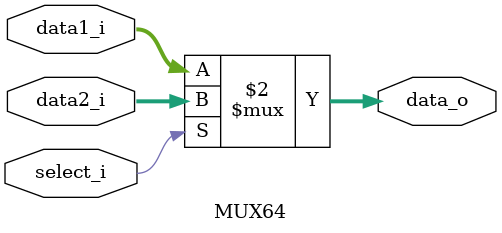
<source format=v>
module MUX64
(
	data1_i,
	data2_i,
	select_i,
	data_o
);

input  [63 : 0] data1_i;
input  [63 : 0] data2_i;
input           select_i;
output [63 : 0] data_o;

assign data_o = (select_i == 1'b0)? data1_i : data2_i;

endmodule
</source>
